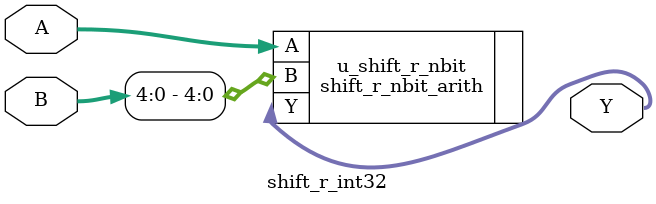
<source format=v>

module shift_r_int32 #(
    parameter WIDTH = 32
)(
    input [WIDTH-1:0] A,
    input [WIDTH-1:0] B,
    output [WIDTH-1:0] Y
);

    localparam SHIFT_WIDTH = 5;

    shift_r_nbit_arith #(
        .WIDTH(WIDTH),
        .SHIFT_WIDTH(SHIFT_WIDTH)
    ) u_shift_r_nbit (
        .A(A),
        .B(B[SHIFT_WIDTH-1:0]),
        .Y(Y)
    );

endmodule

</source>
